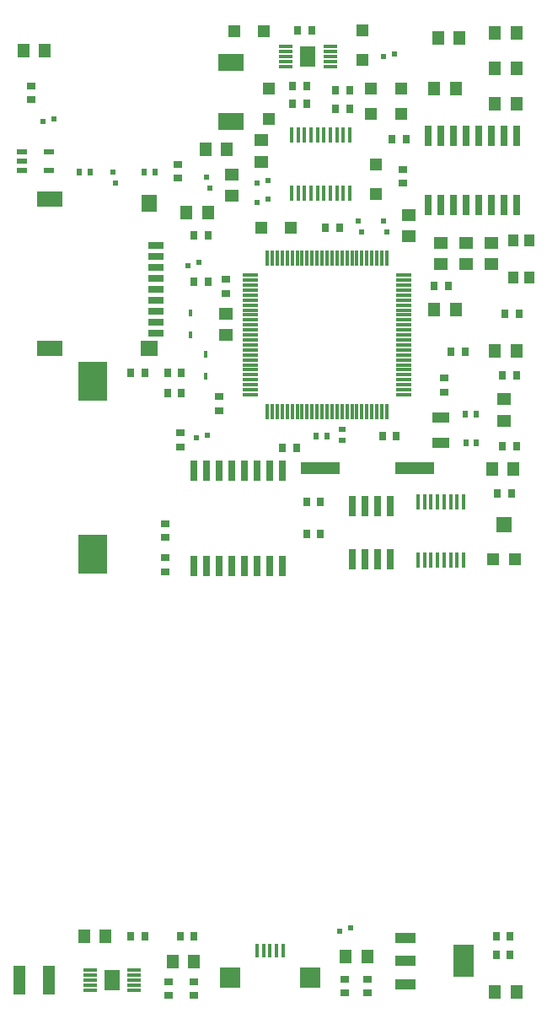
<source format=gbr>
%TF.GenerationSoftware,Altium Limited,Altium Designer,19.0.12 (326)*%
G04 Layer_Color=128*
%FSLAX26Y26*%
%MOIN*%
%TF.FileFunction,Paste,Bot*%
%TF.Part,Single*%
G01*
G75*
%TA.AperFunction,SMDPad,CuDef*%
%ADD14R,0.047244X0.118110*%
%ADD15R,0.045000X0.054000*%
%ADD16R,0.031000X0.038000*%
%ADD17R,0.038000X0.031000*%
%ADD18R,0.019685X0.019685*%
%ADD22R,0.047244X0.051181*%
%ADD36R,0.011811X0.059055*%
%ADD37R,0.059055X0.011811*%
%ADD38R,0.017716X0.059055*%
%ADD39R,0.051181X0.047244*%
%ADD40R,0.053150X0.011811*%
%ADD41R,0.062992X0.078740*%
%ADD42R,0.019685X0.019685*%
%ADD43R,0.039370X0.023622*%
%ADD44R,0.020000X0.025000*%
%ADD45R,0.098425X0.066929*%
%ADD46R,0.098425X0.059055*%
%ADD47R,0.059055X0.066929*%
%ADD48R,0.066929X0.059055*%
%ADD49R,0.062992X0.027559*%
%ADD50R,0.054000X0.045000*%
%ADD51R,0.027559X0.078740*%
%ADD52R,0.015748X0.027559*%
%ADD53R,0.039370X0.047244*%
%ADD54R,0.025000X0.020000*%
%ADD55R,0.157480X0.047244*%
%ADD56R,0.066929X0.039370*%
%ADD57R,0.047244X0.047244*%
%ADD58R,0.062992X0.062992*%
%TA.AperFunction,ConnectorPad*%
%ADD59R,0.015748X0.055118*%
%TA.AperFunction,SMDPad,CuDef*%
%ADD60R,0.078740X0.078740*%
%ADD61R,0.118110X0.157480*%
%ADD62R,0.084646X0.039370*%
%ADD63R,0.084646X0.129921*%
D14*
X81890Y125000D02*
D03*
X200000D02*
D03*
D15*
X340000Y300000D02*
D03*
X425000D02*
D03*
X690000Y200000D02*
D03*
X775000D02*
D03*
X1375000Y220000D02*
D03*
X1460000D02*
D03*
X1965000Y79804D02*
D03*
X2050000D02*
D03*
X2037000Y2146850D02*
D03*
X1952000D02*
D03*
X2050000Y2612796D02*
D03*
X1965000D02*
D03*
X1810000Y2775000D02*
D03*
X1725000D02*
D03*
X905000Y3410000D02*
D03*
X820000D02*
D03*
X745000Y3160000D02*
D03*
X830000D02*
D03*
X185000Y3800000D02*
D03*
X100000D02*
D03*
X1724056Y3650000D02*
D03*
X1809056D02*
D03*
X1965000Y3590000D02*
D03*
X2050000D02*
D03*
Y3730000D02*
D03*
Y3870000D02*
D03*
X1965000D02*
D03*
Y3730000D02*
D03*
X1825000Y3850000D02*
D03*
X1740000D02*
D03*
D16*
X525000Y300000D02*
D03*
X581000D02*
D03*
X719000D02*
D03*
X775000D02*
D03*
X1969000Y225000D02*
D03*
X2025000D02*
D03*
Y300000D02*
D03*
X1969000D02*
D03*
X1275000Y1890000D02*
D03*
X1219000D02*
D03*
Y2016142D02*
D03*
X1275000D02*
D03*
X1180000Y2230000D02*
D03*
X1124000D02*
D03*
X1519000Y2275000D02*
D03*
X1575000D02*
D03*
X1975000Y2050000D02*
D03*
X2031000D02*
D03*
X2050000Y2236418D02*
D03*
X1994000D02*
D03*
Y2514370D02*
D03*
X2050000D02*
D03*
X2060000Y2760000D02*
D03*
X2004000D02*
D03*
X1847000Y2610000D02*
D03*
X1791000D02*
D03*
X1780000Y2870000D02*
D03*
X1724000D02*
D03*
X1350000Y3100000D02*
D03*
X1294000D02*
D03*
X1612204Y3450000D02*
D03*
X1556204D02*
D03*
X1390000Y3570000D02*
D03*
Y3640316D02*
D03*
X1334000D02*
D03*
Y3570000D02*
D03*
X1220000Y3590000D02*
D03*
Y3660000D02*
D03*
X1164000D02*
D03*
Y3590000D02*
D03*
X1184000Y3880000D02*
D03*
X1240000D02*
D03*
X774000Y3070000D02*
D03*
Y2884056D02*
D03*
X830000D02*
D03*
Y3070000D02*
D03*
X525000Y2525000D02*
D03*
X669000Y2446850D02*
D03*
X725000D02*
D03*
Y2525000D02*
D03*
X669000D02*
D03*
X581000D02*
D03*
D17*
X675000Y63844D02*
D03*
X775000D02*
D03*
Y119844D02*
D03*
X675000D02*
D03*
X1370000Y74000D02*
D03*
X1460000D02*
D03*
Y130000D02*
D03*
X1370000D02*
D03*
X660000Y1740000D02*
D03*
Y1796000D02*
D03*
Y1874000D02*
D03*
Y1930000D02*
D03*
X719000Y2232426D02*
D03*
X872402Y2375000D02*
D03*
Y2431000D02*
D03*
X719000Y2288426D02*
D03*
X900000Y2840158D02*
D03*
Y2896158D02*
D03*
X710000Y3294000D02*
D03*
Y3350000D02*
D03*
X130000Y3604000D02*
D03*
Y3660000D02*
D03*
X1600000Y3274000D02*
D03*
Y3330000D02*
D03*
X1762559Y2505922D02*
D03*
Y2449922D02*
D03*
D18*
X1536810Y3081692D02*
D03*
X1525000Y3125000D02*
D03*
X1425000D02*
D03*
X1436810Y3081692D02*
D03*
X825000Y3300000D02*
D03*
X836812Y3256692D02*
D03*
X452052Y3320000D02*
D03*
X463862Y3276692D02*
D03*
D22*
X1158110Y3100000D02*
D03*
X1040000D02*
D03*
X1474410Y3550000D02*
D03*
Y3650000D02*
D03*
X1592520Y3550000D02*
D03*
Y3650000D02*
D03*
X1050000Y3875000D02*
D03*
X931890D02*
D03*
D36*
X1496850Y2371850D02*
D03*
X1516536D02*
D03*
X1536220D02*
D03*
X1477166D02*
D03*
X1457480D02*
D03*
X1437796D02*
D03*
X1418110D02*
D03*
X1398426D02*
D03*
X1378740D02*
D03*
X1359056D02*
D03*
X1339370D02*
D03*
X1319686D02*
D03*
X1300000D02*
D03*
X1280316D02*
D03*
X1260630D02*
D03*
X1240944D02*
D03*
X1221260D02*
D03*
X1201574D02*
D03*
X1181890D02*
D03*
X1162204D02*
D03*
X1142520D02*
D03*
X1122834D02*
D03*
X1103150D02*
D03*
X1083464D02*
D03*
X1063780D02*
D03*
X1496850Y2978150D02*
D03*
X1516536D02*
D03*
X1536220D02*
D03*
X1477166D02*
D03*
X1457480D02*
D03*
X1437796D02*
D03*
X1418110D02*
D03*
X1398426D02*
D03*
X1378740D02*
D03*
X1359056D02*
D03*
X1339370D02*
D03*
X1319686D02*
D03*
X1300000D02*
D03*
X1280316D02*
D03*
X1260630D02*
D03*
X1240944D02*
D03*
X1221260D02*
D03*
X1201574D02*
D03*
X1181890D02*
D03*
X1162204D02*
D03*
X1142520D02*
D03*
X1122834D02*
D03*
X1103150D02*
D03*
X1083464D02*
D03*
X1063780D02*
D03*
D37*
X1603150Y2438780D02*
D03*
Y2458464D02*
D03*
Y2478150D02*
D03*
Y2497834D02*
D03*
Y2517520D02*
D03*
Y2537204D02*
D03*
Y2556890D02*
D03*
Y2576574D02*
D03*
Y2596260D02*
D03*
Y2615944D02*
D03*
Y2635630D02*
D03*
Y2655316D02*
D03*
Y2675000D02*
D03*
Y2694686D02*
D03*
Y2714370D02*
D03*
Y2734056D02*
D03*
Y2753740D02*
D03*
Y2773426D02*
D03*
Y2793110D02*
D03*
Y2812796D02*
D03*
Y2832480D02*
D03*
Y2852166D02*
D03*
Y2871850D02*
D03*
Y2891536D02*
D03*
Y2911220D02*
D03*
X996850D02*
D03*
Y2891536D02*
D03*
Y2871850D02*
D03*
Y2852166D02*
D03*
Y2832480D02*
D03*
Y2812796D02*
D03*
Y2793110D02*
D03*
Y2773426D02*
D03*
Y2753740D02*
D03*
Y2734056D02*
D03*
Y2714370D02*
D03*
Y2694686D02*
D03*
Y2675000D02*
D03*
Y2655316D02*
D03*
Y2635630D02*
D03*
Y2615944D02*
D03*
Y2596260D02*
D03*
Y2576574D02*
D03*
Y2556890D02*
D03*
Y2537204D02*
D03*
Y2517520D02*
D03*
Y2497834D02*
D03*
Y2478150D02*
D03*
Y2458464D02*
D03*
Y2438780D02*
D03*
D38*
X1788386Y1783858D02*
D03*
X1813976D02*
D03*
X1839566D02*
D03*
X1762796D02*
D03*
X1737204D02*
D03*
X1711614D02*
D03*
X1686024D02*
D03*
X1660434D02*
D03*
X1788386Y2016142D02*
D03*
X1813976D02*
D03*
X1839566D02*
D03*
X1762796D02*
D03*
X1737204D02*
D03*
X1711614D02*
D03*
X1686024D02*
D03*
X1660434D02*
D03*
X1390158Y3233858D02*
D03*
X1364566D02*
D03*
X1338976D02*
D03*
X1313386D02*
D03*
X1287796D02*
D03*
X1262204D02*
D03*
X1236614D02*
D03*
X1211024D02*
D03*
X1185434D02*
D03*
X1159842D02*
D03*
X1287796Y3466142D02*
D03*
X1313386D02*
D03*
X1338976D02*
D03*
X1364566D02*
D03*
X1390158D02*
D03*
X1262204D02*
D03*
X1236614D02*
D03*
X1211024D02*
D03*
X1185434D02*
D03*
X1159842D02*
D03*
D39*
X1494094Y3231890D02*
D03*
Y3350000D02*
D03*
X1440000Y3761890D02*
D03*
Y3880000D02*
D03*
X1069684Y3648110D02*
D03*
Y3530000D02*
D03*
D40*
X362402Y85630D02*
D03*
Y105314D02*
D03*
Y125000D02*
D03*
Y144684D02*
D03*
Y164370D02*
D03*
X537598D02*
D03*
Y144684D02*
D03*
Y125000D02*
D03*
Y105314D02*
D03*
Y85630D02*
D03*
X1312598Y3735630D02*
D03*
Y3755314D02*
D03*
Y3775000D02*
D03*
Y3794684D02*
D03*
Y3814370D02*
D03*
X1137402D02*
D03*
Y3794684D02*
D03*
Y3775000D02*
D03*
Y3755314D02*
D03*
Y3735630D02*
D03*
D41*
X450000Y125000D02*
D03*
X1225000Y3775000D02*
D03*
D42*
X1350000Y320000D02*
D03*
X1393308Y331812D02*
D03*
X825708Y2280236D02*
D03*
X782402Y2268426D02*
D03*
X793308Y2961890D02*
D03*
X750000Y2950078D02*
D03*
X1025000Y3200000D02*
D03*
X1068308Y3211810D02*
D03*
X1025000Y3275000D02*
D03*
X1068308Y3286812D02*
D03*
X1525000Y3775000D02*
D03*
X1568308Y3786812D02*
D03*
X220000Y3530002D02*
D03*
X176692Y3518190D02*
D03*
D43*
X200000Y3325000D02*
D03*
Y3399804D02*
D03*
X93700D02*
D03*
Y3362402D02*
D03*
Y3325000D02*
D03*
D44*
X1891426Y2250000D02*
D03*
X1890000Y2363000D02*
D03*
X1847000D02*
D03*
X1848426Y2250000D02*
D03*
X1300000Y2275000D02*
D03*
X1257000D02*
D03*
X620000Y3320000D02*
D03*
X577000D02*
D03*
X363000D02*
D03*
X320000D02*
D03*
D45*
X920000Y3520000D02*
D03*
Y3752284D02*
D03*
D46*
X203740Y2620472D02*
D03*
Y3211024D02*
D03*
D47*
X597440Y3195276D02*
D03*
D48*
X597440Y2620472D02*
D03*
D49*
X625000Y2683464D02*
D03*
Y2726772D02*
D03*
Y2770078D02*
D03*
Y2813386D02*
D03*
Y2856692D02*
D03*
Y2900000D02*
D03*
Y2943306D02*
D03*
Y2986614D02*
D03*
Y3029920D02*
D03*
D50*
X2000000Y2336850D02*
D03*
Y2421850D02*
D03*
X1950000Y2955000D02*
D03*
Y3040000D02*
D03*
X1850000D02*
D03*
Y2955000D02*
D03*
X1750000Y3040000D02*
D03*
Y2955000D02*
D03*
X1625000Y3065000D02*
D03*
Y3150000D02*
D03*
X1040000Y3445000D02*
D03*
Y3360000D02*
D03*
X925000Y3310000D02*
D03*
Y3225000D02*
D03*
X900000Y2760000D02*
D03*
Y2675000D02*
D03*
D51*
X1125000Y1762992D02*
D03*
X1075000D02*
D03*
X1025000D02*
D03*
X975000D02*
D03*
X925000D02*
D03*
X875000D02*
D03*
X825000D02*
D03*
X775000D02*
D03*
X1125000Y2137008D02*
D03*
X1075000D02*
D03*
X1025000D02*
D03*
X975000D02*
D03*
X925000D02*
D03*
X875000D02*
D03*
X825000D02*
D03*
X775000D02*
D03*
X1400000Y1787402D02*
D03*
X1450000D02*
D03*
X1500000D02*
D03*
X1550000D02*
D03*
Y2000000D02*
D03*
X1500000D02*
D03*
X1450000D02*
D03*
X1400000D02*
D03*
X2000000Y3187204D02*
D03*
X2050000D02*
D03*
X1950000D02*
D03*
X1900000D02*
D03*
X1850000D02*
D03*
X1800000D02*
D03*
X1750000D02*
D03*
X1700000D02*
D03*
X1900000Y3462796D02*
D03*
X1950000D02*
D03*
X2000000D02*
D03*
X2050000D02*
D03*
X1850000D02*
D03*
X1800000D02*
D03*
X1750000D02*
D03*
X1700000D02*
D03*
D52*
X820000Y2513386D02*
D03*
Y2600000D02*
D03*
X760000Y2763308D02*
D03*
Y2676694D02*
D03*
D53*
X2100000Y2900394D02*
D03*
Y3050000D02*
D03*
X2037008D02*
D03*
Y2900394D02*
D03*
D54*
X1359056Y2258000D02*
D03*
Y2301000D02*
D03*
D55*
X1645078Y2150000D02*
D03*
X1275000D02*
D03*
D56*
X1750000Y2250000D02*
D03*
Y2348426D02*
D03*
D57*
X1956692Y1787204D02*
D03*
X2043308D02*
D03*
D58*
X2000000Y1925000D02*
D03*
D59*
X1023818Y241220D02*
D03*
X1049410D02*
D03*
X1075000D02*
D03*
X1100590D02*
D03*
X1126182D02*
D03*
D60*
X917520Y134922D02*
D03*
X1232480D02*
D03*
D61*
X375000Y1807480D02*
D03*
Y2492520D02*
D03*
D62*
X1609684Y110206D02*
D03*
Y200758D02*
D03*
Y291310D02*
D03*
D63*
X1840000Y200758D02*
D03*
%TF.MD5,19927cf5e5978905f0976fe6f611059f*%
M02*

</source>
